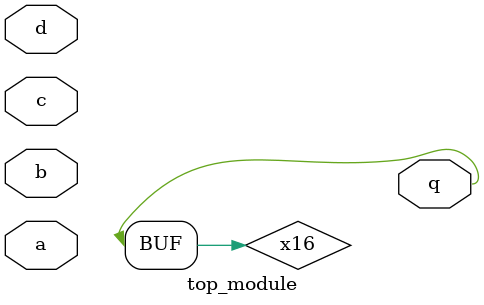
<source format=sv>
module top_module (
  input a, 
  input b, 
  input c, 
  input d,
  output q
);
  // Declare internal wire signals
  wire x1, x2, x3, x4, x5, x6, x7, x8, x9, x10, x11, x12, x13, x14, x15, x16;
  
  // Logic gates
  xor #(1) u1 (.a(a), .b(b), .z(x1));
  xor #(1) u2 (.a(c), .b(d), .z(x2));
  xor #(1) u3 (.a(x1), .b(d), .z(x3));
  xor #(1) u4 (.a(a), .b(d), .z(x4));
  xor #(1) u5 (.a(a), .b(c), .z(x5));
  xor #(1) u6 (.a(a), .b(x2), .z(x6));
  xor #(1) u7 (.a(b), .b(c), .z(x7));
  xor #(1) u8 (.a(a), .b(b), .z(x8));

  and #(1) u9 (.a(x1), .b(x2), .z(x9));
  and #(1) u10 (.a(x2), .b(x3), .z(x10));
  and #(1) u11 (.a(x3), .b(x4), .z(x11));
  and #(1) u12 (.a(x4), .b(x5), .z(x12));
  and #(1) u13 (.a(x5), .b(x6), .z(x13));
  and #(1) u14 (.a(x6), .b(x7), .z(x14));
  and #(1) u15 (.a(x7), .b(x8), .z(x15));
  and #(1) u16 (.a(x8), .b(x9), .z(x16));

  // Output
  assign q = x16;
  
endmodule

</source>
